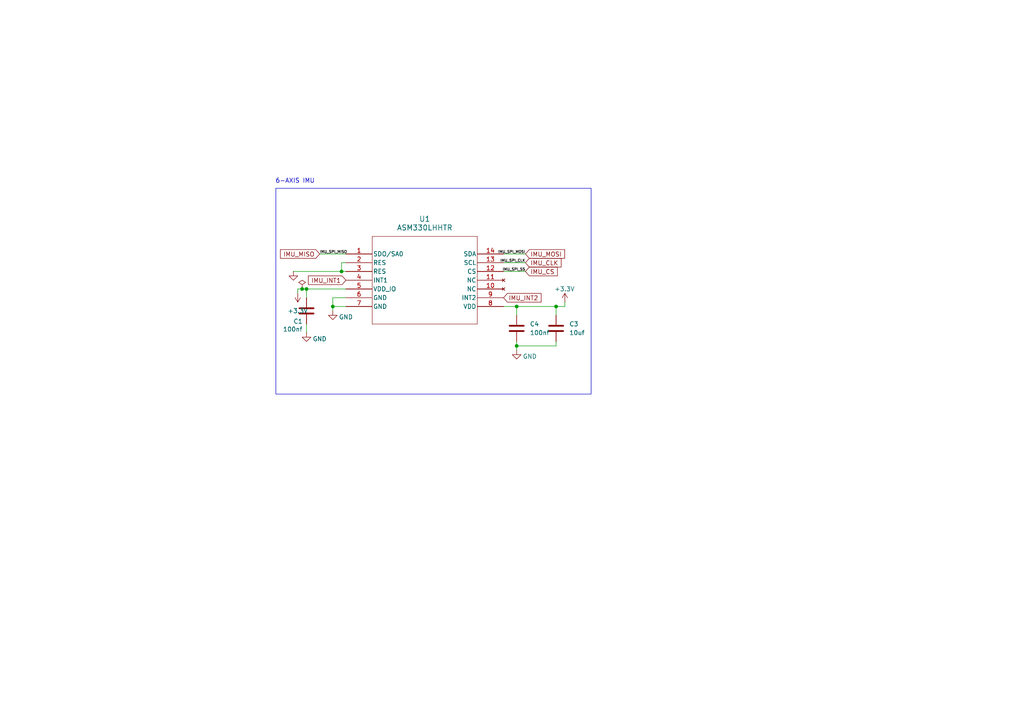
<source format=kicad_sch>
(kicad_sch
	(version 20250114)
	(generator "eeschema")
	(generator_version "9.0")
	(uuid "7d0b713a-a574-4bcf-ac7b-9fd4723a5b7c")
	(paper "A4")
	(lib_symbols
		(symbol "AIMU-SM330LHHTR:ASM330LHHTR"
			(pin_names
				(offset 0.254)
			)
			(exclude_from_sim no)
			(in_bom yes)
			(on_board yes)
			(property "Reference" "U"
				(at 22.86 10.16 0)
				(effects
					(font
						(size 1.524 1.524)
					)
				)
			)
			(property "Value" "ASM330LHHTR"
				(at 22.86 7.62 0)
				(effects
					(font
						(size 1.524 1.524)
					)
				)
			)
			(property "Footprint" "LGA-14L_2P5X3X0P83_STM"
				(at 0 0 0)
				(effects
					(font
						(size 1.27 1.27)
						(italic yes)
					)
					(hide yes)
				)
			)
			(property "Datasheet" "https://www.st.com/resource/en/datasheet/asm330lhh.pdf"
				(at 0 0 0)
				(effects
					(font
						(size 1.27 1.27)
						(italic yes)
					)
					(hide yes)
				)
			)
			(property "Description" ""
				(at 0 0 0)
				(effects
					(font
						(size 1.27 1.27)
					)
					(hide yes)
				)
			)
			(property "ki_locked" ""
				(at 0 0 0)
				(effects
					(font
						(size 1.27 1.27)
					)
				)
			)
			(property "ki_keywords" "ASM330LHHTR"
				(at 0 0 0)
				(effects
					(font
						(size 1.27 1.27)
					)
					(hide yes)
				)
			)
			(property "ki_fp_filters" "LGA-14L_2P5X3X0P83_STM LGA-14L_2P5X3X0P83_STM-M LGA-14L_2P5X3X0P83_STM-L"
				(at 0 0 0)
				(effects
					(font
						(size 1.27 1.27)
					)
					(hide yes)
				)
			)
			(symbol "ASM330LHHTR_0_1"
				(polyline
					(pts
						(xy 7.62 5.08) (xy 7.62 -20.32)
					)
					(stroke
						(width 0.127)
						(type default)
					)
					(fill
						(type none)
					)
				)
				(polyline
					(pts
						(xy 7.62 -20.32) (xy 38.1 -20.32)
					)
					(stroke
						(width 0.127)
						(type default)
					)
					(fill
						(type none)
					)
				)
				(polyline
					(pts
						(xy 38.1 5.08) (xy 7.62 5.08)
					)
					(stroke
						(width 0.127)
						(type default)
					)
					(fill
						(type none)
					)
				)
				(polyline
					(pts
						(xy 38.1 -20.32) (xy 38.1 5.08)
					)
					(stroke
						(width 0.127)
						(type default)
					)
					(fill
						(type none)
					)
				)
				(pin bidirectional line
					(at 0 0 0)
					(length 7.62)
					(name "SDO/SA0"
						(effects
							(font
								(size 1.27 1.27)
							)
						)
					)
					(number "1"
						(effects
							(font
								(size 1.27 1.27)
							)
						)
					)
				)
				(pin unspecified line
					(at 0 -2.54 0)
					(length 7.62)
					(name "RES"
						(effects
							(font
								(size 1.27 1.27)
							)
						)
					)
					(number "2"
						(effects
							(font
								(size 1.27 1.27)
							)
						)
					)
				)
				(pin unspecified line
					(at 0 -5.08 0)
					(length 7.62)
					(name "RES"
						(effects
							(font
								(size 1.27 1.27)
							)
						)
					)
					(number "3"
						(effects
							(font
								(size 1.27 1.27)
							)
						)
					)
				)
				(pin input line
					(at 0 -7.62 0)
					(length 7.62)
					(name "INT1"
						(effects
							(font
								(size 1.27 1.27)
							)
						)
					)
					(number "4"
						(effects
							(font
								(size 1.27 1.27)
							)
						)
					)
				)
				(pin power_in line
					(at 0 -10.16 0)
					(length 7.62)
					(name "VDD_IO"
						(effects
							(font
								(size 1.27 1.27)
							)
						)
					)
					(number "5"
						(effects
							(font
								(size 1.27 1.27)
							)
						)
					)
				)
				(pin power_out line
					(at 0 -12.7 0)
					(length 7.62)
					(name "GND"
						(effects
							(font
								(size 1.27 1.27)
							)
						)
					)
					(number "6"
						(effects
							(font
								(size 1.27 1.27)
							)
						)
					)
				)
				(pin power_out line
					(at 0 -15.24 0)
					(length 7.62)
					(name "GND"
						(effects
							(font
								(size 1.27 1.27)
							)
						)
					)
					(number "7"
						(effects
							(font
								(size 1.27 1.27)
							)
						)
					)
				)
				(pin input line
					(at 45.72 0 180)
					(length 7.62)
					(name "SDA"
						(effects
							(font
								(size 1.27 1.27)
							)
						)
					)
					(number "14"
						(effects
							(font
								(size 1.27 1.27)
							)
						)
					)
				)
				(pin bidirectional line
					(at 45.72 -2.54 180)
					(length 7.62)
					(name "SCL"
						(effects
							(font
								(size 1.27 1.27)
							)
						)
					)
					(number "13"
						(effects
							(font
								(size 1.27 1.27)
							)
						)
					)
				)
				(pin input line
					(at 45.72 -5.08 180)
					(length 7.62)
					(name "CS"
						(effects
							(font
								(size 1.27 1.27)
							)
						)
					)
					(number "12"
						(effects
							(font
								(size 1.27 1.27)
							)
						)
					)
				)
				(pin no_connect line
					(at 45.72 -7.62 180)
					(length 7.62)
					(name "NC"
						(effects
							(font
								(size 1.27 1.27)
							)
						)
					)
					(number "11"
						(effects
							(font
								(size 1.27 1.27)
							)
						)
					)
				)
				(pin no_connect line
					(at 45.72 -10.16 180)
					(length 7.62)
					(name "NC"
						(effects
							(font
								(size 1.27 1.27)
							)
						)
					)
					(number "10"
						(effects
							(font
								(size 1.27 1.27)
							)
						)
					)
				)
				(pin input line
					(at 45.72 -12.7 180)
					(length 7.62)
					(name "INT2"
						(effects
							(font
								(size 1.27 1.27)
							)
						)
					)
					(number "9"
						(effects
							(font
								(size 1.27 1.27)
							)
						)
					)
				)
				(pin power_in line
					(at 45.72 -15.24 180)
					(length 7.62)
					(name "VDD"
						(effects
							(font
								(size 1.27 1.27)
							)
						)
					)
					(number "8"
						(effects
							(font
								(size 1.27 1.27)
							)
						)
					)
				)
			)
			(embedded_fonts no)
		)
		(symbol "Device:C"
			(pin_numbers
				(hide yes)
			)
			(pin_names
				(offset 0.254)
			)
			(exclude_from_sim no)
			(in_bom yes)
			(on_board yes)
			(property "Reference" "C"
				(at 0.635 2.54 0)
				(effects
					(font
						(size 1.27 1.27)
					)
					(justify left)
				)
			)
			(property "Value" "C"
				(at 0.635 -2.54 0)
				(effects
					(font
						(size 1.27 1.27)
					)
					(justify left)
				)
			)
			(property "Footprint" ""
				(at 0.9652 -3.81 0)
				(effects
					(font
						(size 1.27 1.27)
					)
					(hide yes)
				)
			)
			(property "Datasheet" "~"
				(at 0 0 0)
				(effects
					(font
						(size 1.27 1.27)
					)
					(hide yes)
				)
			)
			(property "Description" "Unpolarized capacitor"
				(at 0 0 0)
				(effects
					(font
						(size 1.27 1.27)
					)
					(hide yes)
				)
			)
			(property "ki_keywords" "cap capacitor"
				(at 0 0 0)
				(effects
					(font
						(size 1.27 1.27)
					)
					(hide yes)
				)
			)
			(property "ki_fp_filters" "C_*"
				(at 0 0 0)
				(effects
					(font
						(size 1.27 1.27)
					)
					(hide yes)
				)
			)
			(symbol "C_0_1"
				(polyline
					(pts
						(xy -2.032 0.762) (xy 2.032 0.762)
					)
					(stroke
						(width 0.508)
						(type default)
					)
					(fill
						(type none)
					)
				)
				(polyline
					(pts
						(xy -2.032 -0.762) (xy 2.032 -0.762)
					)
					(stroke
						(width 0.508)
						(type default)
					)
					(fill
						(type none)
					)
				)
			)
			(symbol "C_1_1"
				(pin passive line
					(at 0 3.81 270)
					(length 2.794)
					(name "~"
						(effects
							(font
								(size 1.27 1.27)
							)
						)
					)
					(number "1"
						(effects
							(font
								(size 1.27 1.27)
							)
						)
					)
				)
				(pin passive line
					(at 0 -3.81 90)
					(length 2.794)
					(name "~"
						(effects
							(font
								(size 1.27 1.27)
							)
						)
					)
					(number "2"
						(effects
							(font
								(size 1.27 1.27)
							)
						)
					)
				)
			)
			(embedded_fonts no)
		)
		(symbol "power:+3.3V"
			(power)
			(pin_numbers
				(hide yes)
			)
			(pin_names
				(offset 0)
				(hide yes)
			)
			(exclude_from_sim no)
			(in_bom yes)
			(on_board yes)
			(property "Reference" "#PWR"
				(at 0 -3.81 0)
				(effects
					(font
						(size 1.27 1.27)
					)
					(hide yes)
				)
			)
			(property "Value" "+3.3V"
				(at 0 3.556 0)
				(effects
					(font
						(size 1.27 1.27)
					)
				)
			)
			(property "Footprint" ""
				(at 0 0 0)
				(effects
					(font
						(size 1.27 1.27)
					)
					(hide yes)
				)
			)
			(property "Datasheet" ""
				(at 0 0 0)
				(effects
					(font
						(size 1.27 1.27)
					)
					(hide yes)
				)
			)
			(property "Description" "Power symbol creates a global label with name \"+3.3V\""
				(at 0 0 0)
				(effects
					(font
						(size 1.27 1.27)
					)
					(hide yes)
				)
			)
			(property "ki_keywords" "global power"
				(at 0 0 0)
				(effects
					(font
						(size 1.27 1.27)
					)
					(hide yes)
				)
			)
			(symbol "+3.3V_0_1"
				(polyline
					(pts
						(xy -0.762 1.27) (xy 0 2.54)
					)
					(stroke
						(width 0)
						(type default)
					)
					(fill
						(type none)
					)
				)
				(polyline
					(pts
						(xy 0 2.54) (xy 0.762 1.27)
					)
					(stroke
						(width 0)
						(type default)
					)
					(fill
						(type none)
					)
				)
				(polyline
					(pts
						(xy 0 0) (xy 0 2.54)
					)
					(stroke
						(width 0)
						(type default)
					)
					(fill
						(type none)
					)
				)
			)
			(symbol "+3.3V_1_1"
				(pin power_in line
					(at 0 0 90)
					(length 0)
					(name "~"
						(effects
							(font
								(size 1.27 1.27)
							)
						)
					)
					(number "1"
						(effects
							(font
								(size 1.27 1.27)
							)
						)
					)
				)
			)
			(embedded_fonts no)
		)
		(symbol "power:GND"
			(power)
			(pin_numbers
				(hide yes)
			)
			(pin_names
				(offset 0)
				(hide yes)
			)
			(exclude_from_sim no)
			(in_bom yes)
			(on_board yes)
			(property "Reference" "#PWR"
				(at 0 -6.35 0)
				(effects
					(font
						(size 1.27 1.27)
					)
					(hide yes)
				)
			)
			(property "Value" "GND"
				(at 0 -3.81 0)
				(effects
					(font
						(size 1.27 1.27)
					)
				)
			)
			(property "Footprint" ""
				(at 0 0 0)
				(effects
					(font
						(size 1.27 1.27)
					)
					(hide yes)
				)
			)
			(property "Datasheet" ""
				(at 0 0 0)
				(effects
					(font
						(size 1.27 1.27)
					)
					(hide yes)
				)
			)
			(property "Description" "Power symbol creates a global label with name \"GND\" , ground"
				(at 0 0 0)
				(effects
					(font
						(size 1.27 1.27)
					)
					(hide yes)
				)
			)
			(property "ki_keywords" "global power"
				(at 0 0 0)
				(effects
					(font
						(size 1.27 1.27)
					)
					(hide yes)
				)
			)
			(symbol "GND_0_1"
				(polyline
					(pts
						(xy 0 0) (xy 0 -1.27) (xy 1.27 -1.27) (xy 0 -2.54) (xy -1.27 -1.27) (xy 0 -1.27)
					)
					(stroke
						(width 0)
						(type default)
					)
					(fill
						(type none)
					)
				)
			)
			(symbol "GND_1_1"
				(pin power_in line
					(at 0 0 270)
					(length 0)
					(name "~"
						(effects
							(font
								(size 1.27 1.27)
							)
						)
					)
					(number "1"
						(effects
							(font
								(size 1.27 1.27)
							)
						)
					)
				)
			)
			(embedded_fonts no)
		)
		(symbol "power:PWR_FLAG"
			(power)
			(pin_numbers
				(hide yes)
			)
			(pin_names
				(offset 0)
				(hide yes)
			)
			(exclude_from_sim no)
			(in_bom yes)
			(on_board yes)
			(property "Reference" "#FLG"
				(at 0 1.905 0)
				(effects
					(font
						(size 1.27 1.27)
					)
					(hide yes)
				)
			)
			(property "Value" "PWR_FLAG"
				(at 0 3.81 0)
				(effects
					(font
						(size 1.27 1.27)
					)
				)
			)
			(property "Footprint" ""
				(at 0 0 0)
				(effects
					(font
						(size 1.27 1.27)
					)
					(hide yes)
				)
			)
			(property "Datasheet" "~"
				(at 0 0 0)
				(effects
					(font
						(size 1.27 1.27)
					)
					(hide yes)
				)
			)
			(property "Description" "Special symbol for telling ERC where power comes from"
				(at 0 0 0)
				(effects
					(font
						(size 1.27 1.27)
					)
					(hide yes)
				)
			)
			(property "ki_keywords" "flag power"
				(at 0 0 0)
				(effects
					(font
						(size 1.27 1.27)
					)
					(hide yes)
				)
			)
			(symbol "PWR_FLAG_0_0"
				(pin power_out line
					(at 0 0 90)
					(length 0)
					(name "~"
						(effects
							(font
								(size 1.27 1.27)
							)
						)
					)
					(number "1"
						(effects
							(font
								(size 1.27 1.27)
							)
						)
					)
				)
			)
			(symbol "PWR_FLAG_0_1"
				(polyline
					(pts
						(xy 0 0) (xy 0 1.27) (xy -1.016 1.905) (xy 0 2.54) (xy 1.016 1.905) (xy 0 1.27)
					)
					(stroke
						(width 0)
						(type default)
					)
					(fill
						(type none)
					)
				)
			)
			(embedded_fonts no)
		)
	)
	(rectangle
		(start 80.01 54.61)
		(end 171.45 114.3)
		(stroke
			(width 0)
			(type default)
		)
		(fill
			(type none)
		)
		(uuid c26938f5-3c2b-4c25-9dc3-4f38ca16f15b)
	)
	(text "6-AXIS IMU"
		(exclude_from_sim no)
		(at 85.598 52.578 0)
		(effects
			(font
				(size 1.27 1.27)
			)
		)
		(uuid "8c84e823-28bf-4245-8beb-2898bea96b9c")
	)
	(junction
		(at 161.29 88.9)
		(diameter 0)
		(color 0 0 0 0)
		(uuid "338a9396-95e5-4580-bbfa-eeedb1afbb2c")
	)
	(junction
		(at 149.86 100.33)
		(diameter 0)
		(color 0 0 0 0)
		(uuid "46444c57-7de2-4643-86e1-0ca569a2436a")
	)
	(junction
		(at 96.52 88.9)
		(diameter 0)
		(color 0 0 0 0)
		(uuid "4aa25db9-4f4a-4ab7-8d13-8b2376362ffc")
	)
	(junction
		(at 88.9 83.82)
		(diameter 0)
		(color 0 0 0 0)
		(uuid "4bd387d4-f0e3-4c11-b28e-5239f315716b")
	)
	(junction
		(at 87.63 83.82)
		(diameter 0)
		(color 0 0 0 0)
		(uuid "6553a96f-4709-4ee6-928e-a62992f2ef44")
	)
	(junction
		(at 149.86 88.9)
		(diameter 0)
		(color 0 0 0 0)
		(uuid "b25d0aa7-202e-43f0-b208-009a1340e667")
	)
	(junction
		(at 99.06 78.74)
		(diameter 0)
		(color 0 0 0 0)
		(uuid "f08ef9fd-6fcd-4871-b5ad-55d571863d5f")
	)
	(wire
		(pts
			(xy 163.83 88.9) (xy 163.83 87.63)
		)
		(stroke
			(width 0)
			(type default)
		)
		(uuid "1e2eaa8c-d870-4b68-892b-ef271d7e6a6c")
	)
	(wire
		(pts
			(xy 92.71 73.66) (xy 100.33 73.66)
		)
		(stroke
			(width 0)
			(type default)
		)
		(uuid "26cb6b64-940f-49f7-8e87-8d6f03a7b062")
	)
	(wire
		(pts
			(xy 146.05 88.9) (xy 149.86 88.9)
		)
		(stroke
			(width 0)
			(type default)
		)
		(uuid "27ee451e-0b53-4807-91a1-444dc26c183c")
	)
	(wire
		(pts
			(xy 86.36 85.09) (xy 86.36 83.82)
		)
		(stroke
			(width 0)
			(type default)
		)
		(uuid "282df61d-13ec-4acb-998a-c00762a9fe8e")
	)
	(wire
		(pts
			(xy 161.29 100.33) (xy 149.86 100.33)
		)
		(stroke
			(width 0)
			(type default)
		)
		(uuid "2b1ed463-dbc6-40b3-b4d9-917f169d2372")
	)
	(wire
		(pts
			(xy 88.9 83.82) (xy 87.63 83.82)
		)
		(stroke
			(width 0)
			(type default)
		)
		(uuid "345bfbf7-7771-4583-9736-f7e0f928bec4")
	)
	(wire
		(pts
			(xy 149.86 100.33) (xy 149.86 101.6)
		)
		(stroke
			(width 0)
			(type default)
		)
		(uuid "35059aa5-5d0e-4d0e-97a5-f53ebfbe9f6f")
	)
	(wire
		(pts
			(xy 149.86 99.06) (xy 149.86 100.33)
		)
		(stroke
			(width 0)
			(type default)
		)
		(uuid "42e47e4e-0aec-400d-aed9-57517c0961b6")
	)
	(wire
		(pts
			(xy 149.86 88.9) (xy 161.29 88.9)
		)
		(stroke
			(width 0)
			(type default)
		)
		(uuid "48ab65e1-f986-48eb-8010-99a09678d949")
	)
	(wire
		(pts
			(xy 100.33 86.36) (xy 96.52 86.36)
		)
		(stroke
			(width 0)
			(type default)
		)
		(uuid "48bd0d4d-bdda-4f10-9ef7-2a43d4821914")
	)
	(wire
		(pts
			(xy 99.06 76.2) (xy 99.06 78.74)
		)
		(stroke
			(width 0)
			(type default)
		)
		(uuid "534a9429-ed25-4492-bfa0-b9cd5cc21433")
	)
	(wire
		(pts
			(xy 87.63 83.82) (xy 86.36 83.82)
		)
		(stroke
			(width 0)
			(type default)
		)
		(uuid "54f8f09b-2bca-484c-a00b-40b76b9c136c")
	)
	(wire
		(pts
			(xy 85.09 78.74) (xy 99.06 78.74)
		)
		(stroke
			(width 0)
			(type default)
		)
		(uuid "65fd1563-6440-42cf-94ea-30521b9e85e1")
	)
	(wire
		(pts
			(xy 152.4 78.74) (xy 146.05 78.74)
		)
		(stroke
			(width 0)
			(type default)
		)
		(uuid "715616ad-996b-4b12-b866-4ba1f674faea")
	)
	(wire
		(pts
			(xy 88.9 93.98) (xy 88.9 96.52)
		)
		(stroke
			(width 0)
			(type default)
		)
		(uuid "90efdfaa-2971-4b40-a40f-7b185a02859b")
	)
	(wire
		(pts
			(xy 88.9 83.82) (xy 88.9 86.36)
		)
		(stroke
			(width 0)
			(type default)
		)
		(uuid "93dd267d-4f4d-4266-b32b-ac5296a57a08")
	)
	(wire
		(pts
			(xy 100.33 76.2) (xy 99.06 76.2)
		)
		(stroke
			(width 0)
			(type default)
		)
		(uuid "9c6d34b9-3bdd-42e5-b498-86bb3f2af968")
	)
	(wire
		(pts
			(xy 146.05 73.66) (xy 152.4 73.66)
		)
		(stroke
			(width 0)
			(type default)
		)
		(uuid "ab9db34d-380a-4ac1-907c-7efdbf18e629")
	)
	(wire
		(pts
			(xy 96.52 86.36) (xy 96.52 88.9)
		)
		(stroke
			(width 0)
			(type default)
		)
		(uuid "ac1e305a-1556-4dfd-ba4b-4c5d9d7541f2")
	)
	(wire
		(pts
			(xy 146.05 76.2) (xy 152.4 76.2)
		)
		(stroke
			(width 0)
			(type default)
		)
		(uuid "b6565471-b3f6-45a5-99e4-7bada271f763")
	)
	(wire
		(pts
			(xy 96.52 88.9) (xy 96.52 90.17)
		)
		(stroke
			(width 0)
			(type default)
		)
		(uuid "b6e93a99-84ec-4f9f-b332-8ed0ebd62b99")
	)
	(wire
		(pts
			(xy 149.86 88.9) (xy 149.86 91.44)
		)
		(stroke
			(width 0)
			(type default)
		)
		(uuid "bfc10dbe-d5e6-4105-ac67-03db00e54d4b")
	)
	(wire
		(pts
			(xy 96.52 88.9) (xy 100.33 88.9)
		)
		(stroke
			(width 0)
			(type default)
		)
		(uuid "c38979c5-11cb-453c-b441-37f2ade02b44")
	)
	(wire
		(pts
			(xy 100.33 83.82) (xy 88.9 83.82)
		)
		(stroke
			(width 0)
			(type default)
		)
		(uuid "c5fc8f7e-1baa-471c-a354-6c81e3bc03c6")
	)
	(wire
		(pts
			(xy 161.29 88.9) (xy 163.83 88.9)
		)
		(stroke
			(width 0)
			(type default)
		)
		(uuid "c7ab0cd5-3e39-4ef3-b5ea-3c6f83bf0aea")
	)
	(wire
		(pts
			(xy 161.29 99.06) (xy 161.29 100.33)
		)
		(stroke
			(width 0)
			(type default)
		)
		(uuid "e7fec16f-43dd-4c7d-b47a-e4e1732aabcc")
	)
	(wire
		(pts
			(xy 161.29 91.44) (xy 161.29 88.9)
		)
		(stroke
			(width 0)
			(type default)
		)
		(uuid "eca9190a-f845-4679-8920-e603e91977b4")
	)
	(wire
		(pts
			(xy 99.06 78.74) (xy 100.33 78.74)
		)
		(stroke
			(width 0)
			(type default)
		)
		(uuid "f3ac19d8-e527-45eb-99cc-0716e1536422")
	)
	(label "IMU_SPI_CLK"
		(at 152.4 76.2 180)
		(effects
			(font
				(size 0.762 0.762)
			)
			(justify right bottom)
		)
		(uuid "1cc5bb94-14fe-4e54-ba15-fa85e9ec5066")
	)
	(label "IMU_SPI_SS"
		(at 152.4 78.74 180)
		(effects
			(font
				(size 0.762 0.762)
			)
			(justify right bottom)
		)
		(uuid "4391e9c8-470f-4b17-9229-167f33bf806e")
	)
	(label "IMU_SPI_MISO"
		(at 92.71 73.66 0)
		(effects
			(font
				(size 0.762 0.762)
			)
			(justify left bottom)
		)
		(uuid "8afdd59b-d1dc-40ef-9156-3687351e7c6e")
	)
	(label "IMU_SPI_MOSI"
		(at 152.4 73.66 180)
		(effects
			(font
				(size 0.762 0.762)
			)
			(justify right bottom)
		)
		(uuid "af524c46-8932-49db-af77-fe39f5369233")
	)
	(global_label "IMU_INT1"
		(shape input)
		(at 100.33 81.28 180)
		(effects
			(font
				(size 1.27 1.27)
			)
			(justify right)
		)
		(uuid "1e5362d4-a284-4110-9d9a-373d1a5afda3")
		(property "Intersheetrefs" "${INTERSHEET_REFS}"
			(at 100.33 81.28 0)
			(effects
				(font
					(size 1.27 1.27)
				)
				(hide yes)
			)
		)
	)
	(global_label "IMU_MISO"
		(shape input)
		(at 92.71 73.66 180)
		(fields_autoplaced yes)
		(effects
			(font
				(size 1.27 1.27)
			)
			(justify right)
		)
		(uuid "1e946652-3991-415f-aed8-46dc0fb842ee")
		(property "Intersheetrefs" "${INTERSHEET_REFS}"
			(at 80.7743 73.66 0)
			(effects
				(font
					(size 1.27 1.27)
				)
				(justify right)
				(hide yes)
			)
		)
	)
	(global_label "IMU_CLK"
		(shape input)
		(at 152.4 76.2 0)
		(fields_autoplaced yes)
		(effects
			(font
				(size 1.27 1.27)
			)
			(justify left)
		)
		(uuid "44926aca-bc88-4e3c-abf5-11e2eb126c8e")
		(property "Intersheetrefs" "${INTERSHEET_REFS}"
			(at 163.3076 76.2 0)
			(effects
				(font
					(size 1.27 1.27)
				)
				(justify left)
				(hide yes)
			)
		)
	)
	(global_label "IMU_CS"
		(shape input)
		(at 152.4 78.74 0)
		(fields_autoplaced yes)
		(effects
			(font
				(size 1.27 1.27)
			)
			(justify left)
		)
		(uuid "44da62a3-7403-4846-8eb0-7907e5dbcfed")
		(property "Intersheetrefs" "${INTERSHEET_REFS}"
			(at 162.219 78.74 0)
			(effects
				(font
					(size 1.27 1.27)
				)
				(justify left)
				(hide yes)
			)
		)
	)
	(global_label "IMU_MOSI"
		(shape input)
		(at 152.4 73.66 0)
		(fields_autoplaced yes)
		(effects
			(font
				(size 1.27 1.27)
			)
			(justify left)
		)
		(uuid "4a2fa890-fc0f-4e74-9b79-90d4268cfa6d")
		(property "Intersheetrefs" "${INTERSHEET_REFS}"
			(at 164.3357 73.66 0)
			(effects
				(font
					(size 1.27 1.27)
				)
				(justify left)
				(hide yes)
			)
		)
	)
	(global_label "IMU_INT2"
		(shape input)
		(at 146.05 86.36 0)
		(effects
			(font
				(size 1.27 1.27)
			)
			(justify left)
		)
		(uuid "d32c5ac6-4a3e-4321-be8b-016c2d774597")
		(property "Intersheetrefs" "${INTERSHEET_REFS}"
			(at 146.05 86.36 0)
			(effects
				(font
					(size 1.27 1.27)
				)
				(hide yes)
			)
		)
	)
	(symbol
		(lib_id "Device:C")
		(at 149.86 95.25 0)
		(unit 1)
		(exclude_from_sim no)
		(in_bom yes)
		(on_board yes)
		(dnp no)
		(fields_autoplaced yes)
		(uuid "286c3598-f08f-4d75-8eef-19ef4051c522")
		(property "Reference" "C4"
			(at 153.67 93.9799 0)
			(effects
				(font
					(size 1.27 1.27)
				)
				(justify left)
			)
		)
		(property "Value" "100nf"
			(at 153.67 96.5199 0)
			(effects
				(font
					(size 1.27 1.27)
				)
				(justify left)
			)
		)
		(property "Footprint" "Capacitor_SMD:C_0603_1608Metric_Pad1.08x0.95mm_HandSolder"
			(at 150.8252 99.06 0)
			(effects
				(font
					(size 1.27 1.27)
				)
				(hide yes)
			)
		)
		(property "Datasheet" "~"
			(at 149.86 95.25 0)
			(effects
				(font
					(size 1.27 1.27)
				)
				(hide yes)
			)
		)
		(property "Description" "Unpolarized capacitor 100nf"
			(at 149.86 95.25 0)
			(effects
				(font
					(size 1.27 1.27)
				)
				(hide yes)
			)
		)
		(property "Sim.Device" ""
			(at 149.86 95.25 0)
			(effects
				(font
					(size 1.27 1.27)
				)
				(hide yes)
			)
		)
		(property "Sim.Library" ""
			(at 149.86 95.25 0)
			(effects
				(font
					(size 1.27 1.27)
				)
				(hide yes)
			)
		)
		(property "Sim.Name" ""
			(at 149.86 95.25 0)
			(effects
				(font
					(size 1.27 1.27)
				)
				(hide yes)
			)
		)
		(property "P/N" "MLASH168SB7104KTNA01"
			(at 149.86 95.25 0)
			(effects
				(font
					(size 1.27 1.27)
				)
				(hide yes)
			)
		)
		(pin "1"
			(uuid "aa2723f0-9f17-4087-8530-d1f1ab391a05")
		)
		(pin "2"
			(uuid "0039deda-3c43-4193-a8de-8223eaaf6577")
		)
		(instances
			(project "TSOMProject"
				(path "/f13eb969-5de0-437e-a1b7-e0204111e0b2/ef6d8fcc-1a96-4a17-99c8-973fa999e378"
					(reference "C4")
					(unit 1)
				)
			)
		)
	)
	(symbol
		(lib_id "power:+3.3V")
		(at 163.83 87.63 0)
		(unit 1)
		(exclude_from_sim no)
		(in_bom yes)
		(on_board yes)
		(dnp no)
		(uuid "2f016abe-3633-4843-97f7-dffe38229a38")
		(property "Reference" "#PWR012"
			(at 163.83 91.44 0)
			(effects
				(font
					(size 1.27 1.27)
				)
				(hide yes)
			)
		)
		(property "Value" "+3.3V"
			(at 160.782 83.82 0)
			(effects
				(font
					(size 1.27 1.27)
				)
				(justify left)
			)
		)
		(property "Footprint" ""
			(at 163.83 87.63 0)
			(effects
				(font
					(size 1.27 1.27)
				)
				(hide yes)
			)
		)
		(property "Datasheet" ""
			(at 163.83 87.63 0)
			(effects
				(font
					(size 1.27 1.27)
				)
				(hide yes)
			)
		)
		(property "Description" "Power symbol creates a global label with name \"+3.3V\""
			(at 163.83 87.63 0)
			(effects
				(font
					(size 1.27 1.27)
				)
				(hide yes)
			)
		)
		(pin "1"
			(uuid "18e8e50e-c188-4bf3-8e9e-110b0fd02707")
		)
		(instances
			(project "TSOMProject"
				(path "/f13eb969-5de0-437e-a1b7-e0204111e0b2/ef6d8fcc-1a96-4a17-99c8-973fa999e378"
					(reference "#PWR012")
					(unit 1)
				)
			)
		)
	)
	(symbol
		(lib_id "power:PWR_FLAG")
		(at 87.63 83.82 0)
		(unit 1)
		(exclude_from_sim no)
		(in_bom yes)
		(on_board yes)
		(dnp no)
		(fields_autoplaced yes)
		(uuid "32eab93c-c33d-46bc-80e0-bf20fa0c7cad")
		(property "Reference" "#FLG03"
			(at 87.63 81.915 0)
			(effects
				(font
					(size 1.27 1.27)
				)
				(hide yes)
			)
		)
		(property "Value" "PWR_FLAG"
			(at 87.63 78.74 0)
			(effects
				(font
					(size 1.27 1.27)
				)
				(hide yes)
			)
		)
		(property "Footprint" ""
			(at 87.63 83.82 0)
			(effects
				(font
					(size 1.27 1.27)
				)
				(hide yes)
			)
		)
		(property "Datasheet" "~"
			(at 87.63 83.82 0)
			(effects
				(font
					(size 1.27 1.27)
				)
				(hide yes)
			)
		)
		(property "Description" "Special symbol for telling ERC where power comes from"
			(at 87.63 83.82 0)
			(effects
				(font
					(size 1.27 1.27)
				)
				(hide yes)
			)
		)
		(pin "1"
			(uuid "8ae398fc-935c-426f-8e72-468baa0dc760")
		)
		(instances
			(project ""
				(path "/f13eb969-5de0-437e-a1b7-e0204111e0b2/ef6d8fcc-1a96-4a17-99c8-973fa999e378"
					(reference "#FLG03")
					(unit 1)
				)
			)
		)
	)
	(symbol
		(lib_id "power:GND")
		(at 96.52 90.17 0)
		(unit 1)
		(exclude_from_sim no)
		(in_bom yes)
		(on_board yes)
		(dnp no)
		(uuid "4e166be1-519f-4ff0-8ad8-8d4529c491db")
		(property "Reference" "#PWR03"
			(at 96.52 96.52 0)
			(effects
				(font
					(size 1.27 1.27)
				)
				(hide yes)
			)
		)
		(property "Value" "GND"
			(at 100.33 91.948 0)
			(effects
				(font
					(size 1.27 1.27)
				)
			)
		)
		(property "Footprint" ""
			(at 96.52 90.17 0)
			(effects
				(font
					(size 1.27 1.27)
				)
				(hide yes)
			)
		)
		(property "Datasheet" ""
			(at 96.52 90.17 0)
			(effects
				(font
					(size 1.27 1.27)
				)
				(hide yes)
			)
		)
		(property "Description" "Power symbol creates a global label with name \"GND\" , ground"
			(at 96.52 90.17 0)
			(effects
				(font
					(size 1.27 1.27)
				)
				(hide yes)
			)
		)
		(pin "1"
			(uuid "789e22fc-97bc-4fce-aa19-bdf0aedcb277")
		)
		(instances
			(project "TSOMProject"
				(path "/f13eb969-5de0-437e-a1b7-e0204111e0b2/ef6d8fcc-1a96-4a17-99c8-973fa999e378"
					(reference "#PWR03")
					(unit 1)
				)
			)
		)
	)
	(symbol
		(lib_id "power:GND")
		(at 88.9 96.52 0)
		(unit 1)
		(exclude_from_sim no)
		(in_bom yes)
		(on_board yes)
		(dnp no)
		(uuid "59241afd-edc6-4ea8-bb2a-cb0ac1baef25")
		(property "Reference" "#PWR02"
			(at 88.9 102.87 0)
			(effects
				(font
					(size 1.27 1.27)
				)
				(hide yes)
			)
		)
		(property "Value" "GND"
			(at 92.71 98.298 0)
			(effects
				(font
					(size 1.27 1.27)
				)
			)
		)
		(property "Footprint" ""
			(at 88.9 96.52 0)
			(effects
				(font
					(size 1.27 1.27)
				)
				(hide yes)
			)
		)
		(property "Datasheet" ""
			(at 88.9 96.52 0)
			(effects
				(font
					(size 1.27 1.27)
				)
				(hide yes)
			)
		)
		(property "Description" "Power symbol creates a global label with name \"GND\" , ground"
			(at 88.9 96.52 0)
			(effects
				(font
					(size 1.27 1.27)
				)
				(hide yes)
			)
		)
		(pin "1"
			(uuid "e5353dc9-0a0c-431c-8e6f-1f5bd7728668")
		)
		(instances
			(project "TSOMProject"
				(path "/f13eb969-5de0-437e-a1b7-e0204111e0b2/ef6d8fcc-1a96-4a17-99c8-973fa999e378"
					(reference "#PWR02")
					(unit 1)
				)
			)
		)
	)
	(symbol
		(lib_id "power:GND")
		(at 149.86 101.6 0)
		(unit 1)
		(exclude_from_sim no)
		(in_bom yes)
		(on_board yes)
		(dnp no)
		(uuid "95da9734-5b60-4cec-9846-26673c3ca6b1")
		(property "Reference" "#PWR09"
			(at 149.86 107.95 0)
			(effects
				(font
					(size 1.27 1.27)
				)
				(hide yes)
			)
		)
		(property "Value" "GND"
			(at 153.67 103.378 0)
			(effects
				(font
					(size 1.27 1.27)
				)
			)
		)
		(property "Footprint" ""
			(at 149.86 101.6 0)
			(effects
				(font
					(size 1.27 1.27)
				)
				(hide yes)
			)
		)
		(property "Datasheet" ""
			(at 149.86 101.6 0)
			(effects
				(font
					(size 1.27 1.27)
				)
				(hide yes)
			)
		)
		(property "Description" "Power symbol creates a global label with name \"GND\" , ground"
			(at 149.86 101.6 0)
			(effects
				(font
					(size 1.27 1.27)
				)
				(hide yes)
			)
		)
		(pin "1"
			(uuid "0097d807-26cc-487c-b905-c5a5cef8d723")
		)
		(instances
			(project "TSOMProject"
				(path "/f13eb969-5de0-437e-a1b7-e0204111e0b2/ef6d8fcc-1a96-4a17-99c8-973fa999e378"
					(reference "#PWR09")
					(unit 1)
				)
			)
		)
	)
	(symbol
		(lib_id "AIMU-SM330LHHTR:ASM330LHHTR")
		(at 100.33 73.66 0)
		(unit 1)
		(exclude_from_sim no)
		(in_bom yes)
		(on_board yes)
		(dnp no)
		(fields_autoplaced yes)
		(uuid "ad384494-521e-4205-b1df-5b99d94f8128")
		(property "Reference" "U1"
			(at 123.19 63.5 0)
			(effects
				(font
					(size 1.524 1.524)
				)
			)
		)
		(property "Value" "ASM330LHHTR"
			(at 123.19 66.04 0)
			(effects
				(font
					(size 1.524 1.524)
				)
			)
		)
		(property "Footprint" "KiCad:LSM6DS3USTR"
			(at 100.33 73.66 0)
			(effects
				(font
					(size 1.27 1.27)
					(italic yes)
				)
				(hide yes)
			)
		)
		(property "Datasheet" "https://www.st.com/resource/en/datasheet/asm330lhh.pdf"
			(at 100.33 73.66 0)
			(effects
				(font
					(size 1.27 1.27)
					(italic yes)
				)
				(hide yes)
			)
		)
		(property "Description" "IMU Sensor"
			(at 100.33 73.66 0)
			(effects
				(font
					(size 1.27 1.27)
				)
				(hide yes)
			)
		)
		(property "Sim.Device" ""
			(at 100.33 73.66 0)
			(effects
				(font
					(size 1.27 1.27)
				)
				(hide yes)
			)
		)
		(property "Sim.Library" ""
			(at 100.33 73.66 0)
			(effects
				(font
					(size 1.27 1.27)
				)
				(hide yes)
			)
		)
		(property "Sim.Name" ""
			(at 100.33 73.66 0)
			(effects
				(font
					(size 1.27 1.27)
				)
				(hide yes)
			)
		)
		(property "P/N" "ASM330LHHTR"
			(at 100.33 73.66 0)
			(effects
				(font
					(size 1.27 1.27)
				)
				(hide yes)
			)
		)
		(pin "1"
			(uuid "4a61301e-6005-421c-95ed-4f74ea35f004")
		)
		(pin "12"
			(uuid "5aef4361-ac9b-423e-b135-59f664d8fe14")
		)
		(pin "11"
			(uuid "82dddc23-fb7f-45c3-9a36-7ecd250abb5d")
		)
		(pin "7"
			(uuid "293d8e67-1b42-466e-9d0f-7822bbe06344")
		)
		(pin "10"
			(uuid "b1957f3b-b35f-4032-b8aa-4cab8484dc7f")
		)
		(pin "14"
			(uuid "c83d02cd-4e48-4f51-b5f1-7325805add95")
		)
		(pin "8"
			(uuid "4a2f1e24-d415-4fa8-bfa0-42717119f974")
		)
		(pin "2"
			(uuid "f8e4eb4d-783d-48d7-b3e9-eaf26684a779")
		)
		(pin "5"
			(uuid "22e56bc7-7bd9-460e-8361-b75e06ebdc79")
		)
		(pin "3"
			(uuid "6bb930e2-7f86-4171-9ab4-abba63ed4029")
		)
		(pin "4"
			(uuid "d6cd003a-8db1-4b02-9b97-1634655118b3")
		)
		(pin "6"
			(uuid "237ef516-1cfa-4550-9800-133453a50a80")
		)
		(pin "13"
			(uuid "01a28ac0-9279-445a-924f-dc68368fb6bc")
		)
		(pin "9"
			(uuid "cbbe3648-fcc4-4816-af6d-623ddf9ef2af")
		)
		(instances
			(project "TSOMProject"
				(path "/f13eb969-5de0-437e-a1b7-e0204111e0b2/ef6d8fcc-1a96-4a17-99c8-973fa999e378"
					(reference "U1")
					(unit 1)
				)
			)
		)
	)
	(symbol
		(lib_id "Device:C")
		(at 161.29 95.25 0)
		(unit 1)
		(exclude_from_sim no)
		(in_bom yes)
		(on_board yes)
		(dnp no)
		(fields_autoplaced yes)
		(uuid "be298973-9e93-4ad5-97ae-c0a91986deb7")
		(property "Reference" "C3"
			(at 165.1 93.9799 0)
			(effects
				(font
					(size 1.27 1.27)
				)
				(justify left)
			)
		)
		(property "Value" "10uf"
			(at 165.1 96.5199 0)
			(effects
				(font
					(size 1.27 1.27)
				)
				(justify left)
			)
		)
		(property "Footprint" "Capacitor_SMD:C_0603_1608Metric_Pad1.08x0.95mm_HandSolder"
			(at 162.2552 99.06 0)
			(effects
				(font
					(size 1.27 1.27)
				)
				(hide yes)
			)
		)
		(property "Datasheet" "~"
			(at 161.29 95.25 0)
			(effects
				(font
					(size 1.27 1.27)
				)
				(hide yes)
			)
		)
		(property "Description" "Unpolarized capacitor 10uf"
			(at 161.29 95.25 0)
			(effects
				(font
					(size 1.27 1.27)
				)
				(hide yes)
			)
		)
		(property "P/N" "GRM21BR61H106KE43K"
			(at 161.29 95.25 0)
			(effects
				(font
					(size 1.27 1.27)
				)
				(hide yes)
			)
		)
		(property "Sim.Device" ""
			(at 161.29 95.25 0)
			(effects
				(font
					(size 1.27 1.27)
				)
				(hide yes)
			)
		)
		(property "Sim.Library" ""
			(at 161.29 95.25 0)
			(effects
				(font
					(size 1.27 1.27)
				)
				(hide yes)
			)
		)
		(property "Sim.Name" ""
			(at 161.29 95.25 0)
			(effects
				(font
					(size 1.27 1.27)
				)
				(hide yes)
			)
		)
		(pin "1"
			(uuid "5faecd49-b19b-4573-bf15-c3e7adc0d192")
		)
		(pin "2"
			(uuid "c322291d-3795-4d43-ba3a-56ccdca96f8c")
		)
		(instances
			(project "TSOMProject"
				(path "/f13eb969-5de0-437e-a1b7-e0204111e0b2/ef6d8fcc-1a96-4a17-99c8-973fa999e378"
					(reference "C3")
					(unit 1)
				)
			)
		)
	)
	(symbol
		(lib_id "Device:C")
		(at 88.9 90.17 0)
		(unit 1)
		(exclude_from_sim no)
		(in_bom yes)
		(on_board yes)
		(dnp no)
		(uuid "c39c089b-94c7-4acc-bbc1-3bc72ae2367c")
		(property "Reference" "C1"
			(at 85.09 93.218 0)
			(effects
				(font
					(size 1.27 1.27)
				)
				(justify left)
			)
		)
		(property "Value" "100nf"
			(at 82.042 95.504 0)
			(effects
				(font
					(size 1.27 1.27)
				)
				(justify left)
			)
		)
		(property "Footprint" "Capacitor_SMD:C_0603_1608Metric_Pad1.08x0.95mm_HandSolder"
			(at 89.8652 93.98 0)
			(effects
				(font
					(size 1.27 1.27)
				)
				(hide yes)
			)
		)
		(property "Datasheet" "~"
			(at 88.9 90.17 0)
			(effects
				(font
					(size 1.27 1.27)
				)
				(hide yes)
			)
		)
		(property "Description" "Unpolarized capacitor 100nf"
			(at 88.9 90.17 0)
			(effects
				(font
					(size 1.27 1.27)
				)
				(hide yes)
			)
		)
		(property "Sim.Device" ""
			(at 88.9 90.17 0)
			(effects
				(font
					(size 1.27 1.27)
				)
				(hide yes)
			)
		)
		(property "Sim.Library" ""
			(at 88.9 90.17 0)
			(effects
				(font
					(size 1.27 1.27)
				)
				(hide yes)
			)
		)
		(property "Sim.Name" ""
			(at 88.9 90.17 0)
			(effects
				(font
					(size 1.27 1.27)
				)
				(hide yes)
			)
		)
		(property "P/N" "MLASH168SB7104KTNA01"
			(at 88.9 90.17 0)
			(effects
				(font
					(size 1.27 1.27)
				)
				(hide yes)
			)
		)
		(pin "1"
			(uuid "12cc5743-bf70-4a26-8934-05698845c8a3")
		)
		(pin "2"
			(uuid "779a7b42-a10d-4378-8df8-79fbc356f5b1")
		)
		(instances
			(project "TSOMProject"
				(path "/f13eb969-5de0-437e-a1b7-e0204111e0b2/ef6d8fcc-1a96-4a17-99c8-973fa999e378"
					(reference "C1")
					(unit 1)
				)
			)
		)
	)
	(symbol
		(lib_id "power:+3.3V")
		(at 86.36 85.09 180)
		(unit 1)
		(exclude_from_sim no)
		(in_bom yes)
		(on_board yes)
		(dnp no)
		(fields_autoplaced yes)
		(uuid "cb7bd12b-d4d2-462f-bf54-90dd44b91d45")
		(property "Reference" "#PWR01"
			(at 86.36 81.28 0)
			(effects
				(font
					(size 1.27 1.27)
				)
				(hide yes)
			)
		)
		(property "Value" "+3.3V"
			(at 86.36 90.17 0)
			(effects
				(font
					(size 1.27 1.27)
				)
			)
		)
		(property "Footprint" ""
			(at 86.36 85.09 0)
			(effects
				(font
					(size 1.27 1.27)
				)
				(hide yes)
			)
		)
		(property "Datasheet" ""
			(at 86.36 85.09 0)
			(effects
				(font
					(size 1.27 1.27)
				)
				(hide yes)
			)
		)
		(property "Description" "Power symbol creates a global label with name \"+3.3V\""
			(at 86.36 85.09 0)
			(effects
				(font
					(size 1.27 1.27)
				)
				(hide yes)
			)
		)
		(pin "1"
			(uuid "5ee734b0-8970-4dff-b51c-94d01a3f2f0f")
		)
		(instances
			(project "TSOMProject"
				(path "/f13eb969-5de0-437e-a1b7-e0204111e0b2/ef6d8fcc-1a96-4a17-99c8-973fa999e378"
					(reference "#PWR01")
					(unit 1)
				)
			)
		)
	)
	(symbol
		(lib_id "power:GND")
		(at 85.09 78.74 0)
		(unit 1)
		(exclude_from_sim no)
		(in_bom yes)
		(on_board yes)
		(dnp no)
		(uuid "da7620d8-1823-4bf2-a50c-a4df5ec682d6")
		(property "Reference" "#PWR04"
			(at 85.09 85.09 0)
			(effects
				(font
					(size 1.27 1.27)
				)
				(hide yes)
			)
		)
		(property "Value" "GND"
			(at 81.28 79.248 0)
			(effects
				(font
					(size 1.27 1.27)
				)
				(hide yes)
			)
		)
		(property "Footprint" ""
			(at 85.09 78.74 0)
			(effects
				(font
					(size 1.27 1.27)
				)
				(hide yes)
			)
		)
		(property "Datasheet" ""
			(at 85.09 78.74 0)
			(effects
				(font
					(size 1.27 1.27)
				)
				(hide yes)
			)
		)
		(property "Description" "Power symbol creates a global label with name \"GND\" , ground"
			(at 85.09 78.74 0)
			(effects
				(font
					(size 1.27 1.27)
				)
				(hide yes)
			)
		)
		(pin "1"
			(uuid "413ed89b-969b-469e-b1b7-05331b21adec")
		)
		(instances
			(project "TSOMProject"
				(path "/f13eb969-5de0-437e-a1b7-e0204111e0b2/ef6d8fcc-1a96-4a17-99c8-973fa999e378"
					(reference "#PWR04")
					(unit 1)
				)
			)
		)
	)
)

</source>
